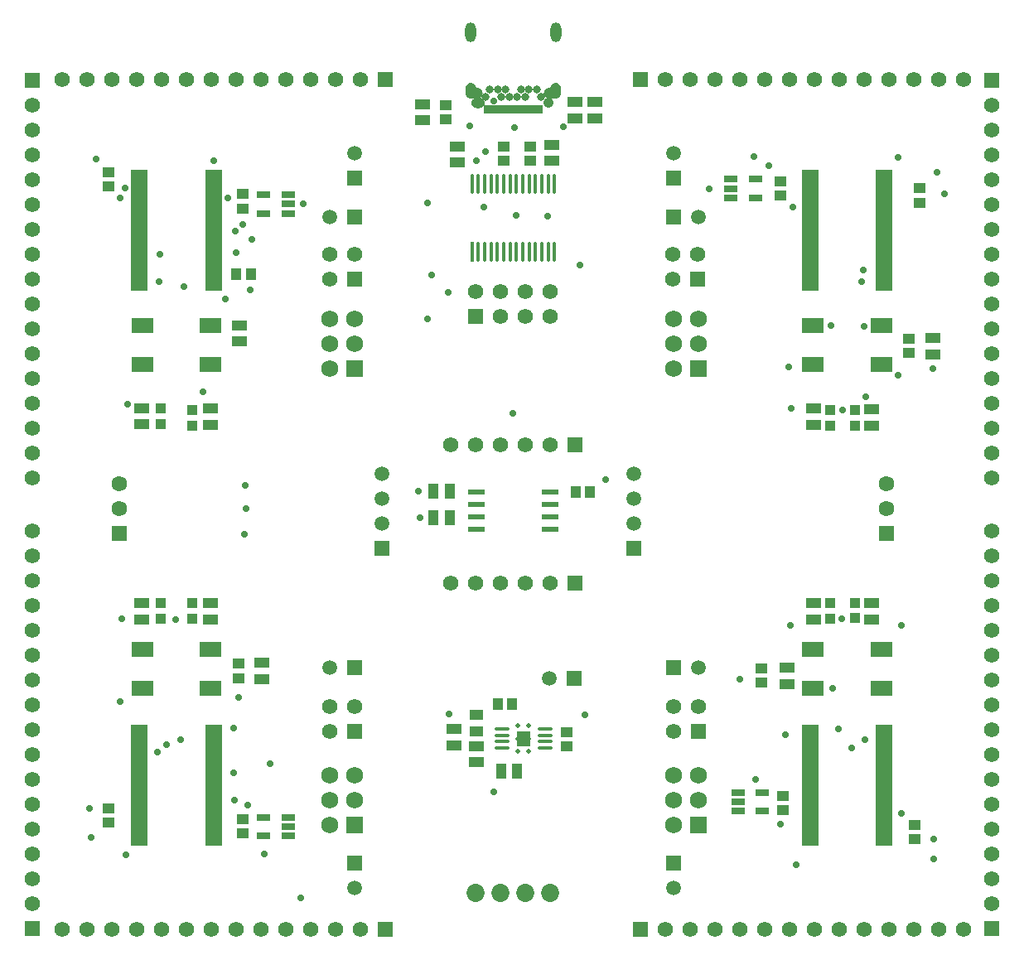
<source format=gbr>
G04*
G04 #@! TF.GenerationSoftware,Altium Limited,Altium Designer,25.8.1 (18)*
G04*
G04 Layer_Color=8388736*
%FSLAX44Y44*%
%MOMM*%
G71*
G04*
G04 #@! TF.SameCoordinates,C16DD730-3532-4E92-A171-7A7C9FC4E97E*
G04*
G04*
G04 #@! TF.FilePolarity,Negative*
G04*
G01*
G75*
%ADD20R,1.3500X1.6500*%
%ADD24R,1.3082X1.0057*%
G04:AMPARAMS|DCode=28|XSize=2mm|YSize=0.4mm|CornerRadius=0.2mm|HoleSize=0mm|Usage=FLASHONLY|Rotation=90.000|XOffset=0mm|YOffset=0mm|HoleType=Round|Shape=RoundedRectangle|*
%AMROUNDEDRECTD28*
21,1,2.0000,0.0000,0,0,90.0*
21,1,1.6000,0.4000,0,0,90.0*
1,1,0.4000,0.0000,0.8000*
1,1,0.4000,0.0000,-0.8000*
1,1,0.4000,0.0000,-0.8000*
1,1,0.4000,0.0000,0.8000*
%
%ADD28ROUNDEDRECTD28*%
%ADD29R,1.0057X1.3082*%
G04:AMPARAMS|DCode=30|XSize=1.45mm|YSize=0.3mm|CornerRadius=0.0495mm|HoleSize=0mm|Usage=FLASHONLY|Rotation=0.000|XOffset=0mm|YOffset=0mm|HoleType=Round|Shape=RoundedRectangle|*
%AMROUNDEDRECTD30*
21,1,1.4500,0.2010,0,0,0.0*
21,1,1.3510,0.3000,0,0,0.0*
1,1,0.0990,0.6755,-0.1005*
1,1,0.0990,-0.6755,-0.1005*
1,1,0.0990,-0.6755,0.1005*
1,1,0.0990,0.6755,0.1005*
%
%ADD30ROUNDEDRECTD30*%
%ADD31R,1.7780X0.5334*%
%ADD33R,0.4000X2.0000*%
%ADD35R,1.5532X1.0532*%
%ADD36R,1.0032X1.0032*%
%ADD37R,1.6782X0.6532*%
%ADD38R,1.4032X0.8032*%
%ADD39R,2.2032X1.6032*%
%ADD40R,0.5232X0.9032*%
%ADD41R,1.0532X1.5532*%
%ADD42R,1.4032X1.1232*%
%ADD43C,1.5200*%
%ADD44C,0.8032*%
%ADD45C,1.5932*%
%ADD46C,1.5700*%
%ADD47C,1.8532*%
%ADD48R,1.5700X1.5700*%
%ADD49C,1.5732*%
%ADD50R,1.5932X1.5932*%
%ADD51R,1.5200X1.5200*%
%ADD52C,1.7532*%
%ADD53R,1.7532X1.7532*%
%ADD54R,1.5200X1.5200*%
%ADD55R,1.5732X1.5732*%
%ADD56R,1.5700X1.5700*%
%ADD57C,1.0532*%
%ADD58O,1.1032X2.0032*%
%ADD59C,0.7032*%
%ADD60C,0.5000*%
G36*
X619590Y943990D02*
X619870Y943970D01*
X620160Y943930D01*
X620440Y943880D01*
X620720Y943810D01*
X621000Y943730D01*
X621270Y943630D01*
X621540Y943520D01*
X621800Y943400D01*
X622050Y943260D01*
X622300Y943110D01*
X622530Y942950D01*
X622760Y942770D01*
X622980Y942590D01*
X623190Y942390D01*
X623390Y942180D01*
X623570Y941960D01*
X623750Y941730D01*
X623910Y941500D01*
X624060Y941250D01*
X624200Y941000D01*
X624320Y940740D01*
X624430Y940470D01*
X624530Y940200D01*
X624610Y939920D01*
X624680Y939640D01*
X624730Y939360D01*
X624770Y939070D01*
X624790Y938790D01*
X624800Y938500D01*
Y933500D01*
X624790Y933210D01*
X624770Y932930D01*
X624730Y932640D01*
X624680Y932360D01*
X624610Y932080D01*
X624530Y931800D01*
X624430Y931530D01*
X624320Y931260D01*
X624200Y931000D01*
X624060Y930750D01*
X623910Y930500D01*
X623750Y930270D01*
X623570Y930040D01*
X623390Y929820D01*
X623190Y929610D01*
X622980Y929410D01*
X622760Y929230D01*
X622530Y929050D01*
X622300Y928890D01*
X622050Y928740D01*
X621800Y928600D01*
X621540Y928480D01*
X621270Y928370D01*
X621000Y928270D01*
X620720Y928190D01*
X620440Y928120D01*
X620160Y928070D01*
X619870Y928030D01*
X619590Y928010D01*
X619300Y928000D01*
X612800D01*
X612510Y928010D01*
X612230Y928030D01*
X611940Y928070D01*
X611660Y928120D01*
X611380Y928190D01*
X611100Y928270D01*
X610830Y928370D01*
X610560Y928480D01*
X610300Y928600D01*
X610050Y928740D01*
X609800Y928890D01*
X609570Y929050D01*
X609340Y929230D01*
X609120Y929410D01*
X608910Y929610D01*
X608710Y929820D01*
X608530Y930040D01*
X608350Y930270D01*
X608190Y930500D01*
X608040Y930750D01*
X607900Y931000D01*
X607780Y931260D01*
X607670Y931530D01*
X607570Y931800D01*
X607490Y932080D01*
X607420Y932360D01*
X607370Y932640D01*
X607330Y932930D01*
X607310Y933210D01*
X607300Y933500D01*
X607310Y933790D01*
X607330Y934070D01*
X607370Y934360D01*
X607420Y934640D01*
X607490Y934920D01*
X607570Y935200D01*
X607670Y935470D01*
X607780Y935740D01*
X607900Y936000D01*
X608040Y936250D01*
X608190Y936500D01*
X608350Y936730D01*
X608530Y936960D01*
X608710Y937180D01*
X608910Y937390D01*
X609120Y937590D01*
X609340Y937770D01*
X609570Y937950D01*
X609800Y938110D01*
X610050Y938260D01*
X610300Y938400D01*
X610560Y938520D01*
X610830Y938630D01*
X611100Y938730D01*
X611380Y938810D01*
X611660Y938880D01*
X611940Y938930D01*
X612230Y938970D01*
X612510Y938990D01*
X612800Y939000D01*
X613800D01*
X613830Y939250D01*
X613880Y939500D01*
X613930Y939750D01*
X614000Y940000D01*
X614080Y940240D01*
X614160Y940480D01*
X614260Y940720D01*
X614370Y940950D01*
X614490Y941170D01*
X614620Y941390D01*
X614760Y941600D01*
X614910Y941810D01*
X615070Y942010D01*
X615240Y942200D01*
X615410Y942390D01*
X615600Y942560D01*
X615790Y942730D01*
X615990Y942890D01*
X616200Y943040D01*
X616410Y943180D01*
X616630Y943310D01*
X616850Y943430D01*
X617080Y943540D01*
X617320Y943640D01*
X617560Y943720D01*
X617800Y943800D01*
X618050Y943870D01*
X618300Y943920D01*
X618550Y943970D01*
X618800Y944000D01*
X619300D01*
X619590Y943990D01*
D02*
G37*
G36*
X533450Y943970D02*
X533700Y943920D01*
X533950Y943870D01*
X534200Y943800D01*
X534440Y943720D01*
X534680Y943640D01*
X534920Y943540D01*
X535150Y943430D01*
X535370Y943310D01*
X535590Y943180D01*
X535800Y943040D01*
X536010Y942890D01*
X536210Y942730D01*
X536400Y942560D01*
X536590Y942390D01*
X536760Y942200D01*
X536930Y942010D01*
X537090Y941810D01*
X537240Y941600D01*
X537380Y941390D01*
X537510Y941170D01*
X537630Y940950D01*
X537740Y940720D01*
X537840Y940480D01*
X537920Y940240D01*
X538000Y940000D01*
X538070Y939750D01*
X538120Y939500D01*
X538170Y939250D01*
X538200Y939000D01*
X539200D01*
X539490Y938990D01*
X539770Y938970D01*
X540060Y938930D01*
X540340Y938880D01*
X540620Y938810D01*
X540900Y938730D01*
X541170Y938630D01*
X541440Y938520D01*
X541700Y938400D01*
X541950Y938260D01*
X542200Y938110D01*
X542430Y937950D01*
X542660Y937770D01*
X542880Y937590D01*
X543090Y937390D01*
X543290Y937180D01*
X543470Y936960D01*
X543650Y936730D01*
X543810Y936500D01*
X543960Y936250D01*
X544100Y936000D01*
X544220Y935740D01*
X544330Y935470D01*
X544430Y935200D01*
X544510Y934920D01*
X544580Y934640D01*
X544630Y934360D01*
X544670Y934070D01*
X544690Y933790D01*
X544700Y933500D01*
X544690Y933210D01*
X544670Y932930D01*
X544630Y932640D01*
X544580Y932360D01*
X544510Y932080D01*
X544430Y931800D01*
X544330Y931530D01*
X544220Y931260D01*
X544100Y931000D01*
X543960Y930750D01*
X543810Y930500D01*
X543650Y930270D01*
X543470Y930040D01*
X543290Y929820D01*
X543090Y929610D01*
X542880Y929410D01*
X542660Y929230D01*
X542430Y929050D01*
X542200Y928890D01*
X541950Y928740D01*
X541930Y928729D01*
X542050Y928720D01*
X542320Y928690D01*
X542590Y928640D01*
X542860Y928570D01*
X543120Y928490D01*
X543380Y928400D01*
X543640Y928300D01*
X543880Y928180D01*
X544120Y928050D01*
X544360Y927900D01*
X544590Y927750D01*
X544800Y927580D01*
X545010Y927400D01*
X545210Y927210D01*
X545400Y927010D01*
X545580Y926800D01*
X545750Y926590D01*
X545900Y926360D01*
X546050Y926120D01*
X546180Y925880D01*
X546300Y925640D01*
X546400Y925380D01*
X546490Y925120D01*
X546570Y924860D01*
X546640Y924590D01*
X546690Y924320D01*
X546720Y924050D01*
X546740Y923770D01*
X546750Y923500D01*
X546740Y923230D01*
X546720Y922950D01*
X546690Y922680D01*
X546640Y922410D01*
X546570Y922140D01*
X546490Y921880D01*
X546400Y921620D01*
X546300Y921360D01*
X546180Y921120D01*
X546050Y920880D01*
X545900Y920640D01*
X545750Y920410D01*
X545580Y920200D01*
X545400Y919990D01*
X545210Y919790D01*
X545010Y919600D01*
X544800Y919420D01*
X544590Y919250D01*
X544360Y919100D01*
X544120Y918950D01*
X543880Y918820D01*
X543640Y918700D01*
X543380Y918600D01*
X543120Y918510D01*
X542860Y918430D01*
X542590Y918360D01*
X542320Y918310D01*
X542050Y918280D01*
X541770Y918260D01*
X541500Y918250D01*
X538500D01*
X538230Y918260D01*
X537950Y918280D01*
X537680Y918310D01*
X537410Y918360D01*
X537140Y918430D01*
X536880Y918510D01*
X536620Y918600D01*
X536360Y918700D01*
X536120Y918820D01*
X535870Y918950D01*
X535640Y919100D01*
X535410Y919250D01*
X535200Y919420D01*
X534990Y919600D01*
X534790Y919790D01*
X534600Y919990D01*
X534420Y920200D01*
X534250Y920410D01*
X534100Y920640D01*
X533950Y920880D01*
X533820Y921120D01*
X533700Y921360D01*
X533600Y921620D01*
X533510Y921880D01*
X533430Y922140D01*
X533360Y922410D01*
X533310Y922680D01*
X533280Y922950D01*
X533260Y923230D01*
X533250Y923500D01*
X533260Y923770D01*
X533280Y924050D01*
X533310Y924320D01*
X533360Y924590D01*
X533430Y924860D01*
X533510Y925120D01*
X533600Y925380D01*
X533700Y925640D01*
X533820Y925880D01*
X533950Y926120D01*
X534100Y926360D01*
X534250Y926590D01*
X534420Y926800D01*
X534600Y927010D01*
X534790Y927210D01*
X534990Y927400D01*
X535200Y927580D01*
X535410Y927750D01*
X535640Y927900D01*
X535793Y928000D01*
X532700D01*
X532410Y928010D01*
X532130Y928030D01*
X531840Y928070D01*
X531560Y928120D01*
X531280Y928190D01*
X531000Y928270D01*
X530730Y928370D01*
X530460Y928480D01*
X530200Y928600D01*
X529950Y928740D01*
X529700Y928890D01*
X529470Y929050D01*
X529240Y929230D01*
X529020Y929410D01*
X528810Y929610D01*
X528610Y929820D01*
X528430Y930040D01*
X528250Y930270D01*
X528090Y930500D01*
X527940Y930750D01*
X527800Y931000D01*
X527680Y931260D01*
X527570Y931530D01*
X527470Y931800D01*
X527390Y932080D01*
X527320Y932360D01*
X527270Y932640D01*
X527230Y932930D01*
X527210Y933210D01*
X527200Y933500D01*
Y938500D01*
X527210Y938790D01*
X527230Y939070D01*
X527270Y939360D01*
X527320Y939640D01*
X527390Y939920D01*
X527470Y940200D01*
X527570Y940470D01*
X527680Y940740D01*
X527800Y941000D01*
X527940Y941250D01*
X528090Y941500D01*
X528250Y941730D01*
X528430Y941960D01*
X528610Y942180D01*
X528810Y942390D01*
X529020Y942590D01*
X529240Y942770D01*
X529470Y942950D01*
X529700Y943110D01*
X529950Y943260D01*
X530200Y943400D01*
X530460Y943520D01*
X530730Y943630D01*
X531000Y943730D01*
X531280Y943810D01*
X531560Y943880D01*
X531840Y943930D01*
X532130Y943970D01*
X532410Y943990D01*
X532700Y944000D01*
X533200D01*
X533450Y943970D01*
D02*
G37*
D20*
X586268Y273828D02*
D03*
D24*
X985810Y185447D02*
D03*
X852000Y200738D02*
D03*
X849000Y843262D02*
D03*
X991000Y821738D02*
D03*
X980000Y667738D02*
D03*
X593000Y879262D02*
D03*
X985810Y170922D02*
D03*
X830000Y345262D02*
D03*
X630856Y280679D02*
D03*
X852000Y215262D02*
D03*
X566000Y879263D02*
D03*
X507000Y906737D02*
D03*
X162560Y852574D02*
D03*
X299970Y815698D02*
D03*
X295000Y350263D02*
D03*
X299970Y176782D02*
D03*
X162250Y202762D02*
D03*
X566000Y864737D02*
D03*
X593000Y864738D02*
D03*
X630856Y266154D02*
D03*
X980000Y682262D02*
D03*
X849000Y828738D02*
D03*
X991000Y836262D02*
D03*
X507000Y921263D02*
D03*
X830000Y330738D02*
D03*
X162560Y838050D02*
D03*
X299970Y830222D02*
D03*
X299970Y191306D02*
D03*
X162250Y188237D02*
D03*
X295000Y335737D02*
D03*
D28*
X598750Y841000D02*
D03*
X579250D02*
D03*
X553250D02*
D03*
X546750D02*
D03*
X572750Y771000D02*
D03*
X533750Y841000D02*
D03*
X540250D02*
D03*
X559750D02*
D03*
X566250D02*
D03*
X572750D02*
D03*
X585750D02*
D03*
X592250D02*
D03*
X605250D02*
D03*
X611750D02*
D03*
X618250D02*
D03*
Y771000D02*
D03*
X611750D02*
D03*
X605250D02*
D03*
X598750D02*
D03*
X592250D02*
D03*
X585750D02*
D03*
X579250D02*
D03*
X566250D02*
D03*
X559750D02*
D03*
X553250D02*
D03*
X546750D02*
D03*
X540250D02*
D03*
D29*
X654165Y525500D02*
D03*
X307744Y748538D02*
D03*
X575127Y309484D02*
D03*
X560602D02*
D03*
X639641Y525500D02*
D03*
X293220Y748538D02*
D03*
D30*
X608250Y283576D02*
D03*
Y270576D02*
D03*
Y264076D02*
D03*
X564250Y283576D02*
D03*
Y277076D02*
D03*
Y270576D02*
D03*
Y264076D02*
D03*
X608250Y277076D02*
D03*
D31*
X538027Y487400D02*
D03*
Y512800D02*
D03*
Y525500D02*
D03*
X613973D02*
D03*
Y512800D02*
D03*
Y500100D02*
D03*
Y487400D02*
D03*
X538027Y500100D02*
D03*
D33*
X533750Y771000D02*
D03*
D35*
X942000Y610250D02*
D03*
Y593750D02*
D03*
X942000Y395750D02*
D03*
Y412250D02*
D03*
X883000Y395750D02*
D03*
Y412250D02*
D03*
X856000Y346250D02*
D03*
X659000Y907750D02*
D03*
X639000Y907750D02*
D03*
X483000Y905750D02*
D03*
X538146Y249418D02*
D03*
X518922Y862763D02*
D03*
Y879263D02*
D03*
X615696Y864494D02*
D03*
Y880994D02*
D03*
X515794Y283444D02*
D03*
X538146Y265918D02*
D03*
X515794Y266944D02*
D03*
X883000Y594490D02*
D03*
Y610990D02*
D03*
X1005000Y683250D02*
D03*
Y666750D02*
D03*
X659000Y924250D02*
D03*
X483000Y922250D02*
D03*
X639000Y924250D02*
D03*
X856000Y329750D02*
D03*
X296418Y696080D02*
D03*
Y679580D02*
D03*
X196340Y611500D02*
D03*
Y595000D02*
D03*
X266950Y610990D02*
D03*
Y594490D02*
D03*
X266950Y412250D02*
D03*
Y395750D02*
D03*
X196340Y412250D02*
D03*
Y395750D02*
D03*
X319000Y351250D02*
D03*
Y334750D02*
D03*
D36*
X925000Y412750D02*
D03*
Y396750D02*
D03*
X900000Y412000D02*
D03*
X925000Y610000D02*
D03*
X900000D02*
D03*
X900000Y396000D02*
D03*
X247650Y609980D02*
D03*
X215650Y610996D02*
D03*
X215650Y396000D02*
D03*
X247650D02*
D03*
X925000Y594000D02*
D03*
X900000D02*
D03*
X215650Y412000D02*
D03*
X247650Y593980D02*
D03*
X215650Y594996D02*
D03*
X247650Y412000D02*
D03*
D37*
X879340Y193500D02*
D03*
X955100Y187000D02*
D03*
X955100Y852220D02*
D03*
X879340Y839220D02*
D03*
X955100Y819720D02*
D03*
X879340Y200000D02*
D03*
X955100Y180500D02*
D03*
X879340Y167500D02*
D03*
X269690Y852220D02*
D03*
X193930Y839220D02*
D03*
X269690Y819720D02*
D03*
X269690Y180500D02*
D03*
X193930Y200000D02*
D03*
Y167500D02*
D03*
X879340Y741720D02*
D03*
Y748220D02*
D03*
Y754720D02*
D03*
Y761220D02*
D03*
Y767720D02*
D03*
Y774220D02*
D03*
Y787220D02*
D03*
Y793720D02*
D03*
Y800220D02*
D03*
Y806720D02*
D03*
Y813220D02*
D03*
Y819720D02*
D03*
Y826220D02*
D03*
Y845720D02*
D03*
Y852220D02*
D03*
X955100Y754720D02*
D03*
Y774220D02*
D03*
Y793720D02*
D03*
Y839220D02*
D03*
Y806720D02*
D03*
Y767720D02*
D03*
Y787220D02*
D03*
Y800220D02*
D03*
Y832720D02*
D03*
Y761220D02*
D03*
Y780720D02*
D03*
Y813220D02*
D03*
Y845720D02*
D03*
Y741720D02*
D03*
Y748220D02*
D03*
X879340Y832720D02*
D03*
X955100Y826220D02*
D03*
Y735220D02*
D03*
X879340Y780720D02*
D03*
Y735220D02*
D03*
X879340Y174000D02*
D03*
Y180500D02*
D03*
Y187000D02*
D03*
Y206500D02*
D03*
Y213000D02*
D03*
Y219500D02*
D03*
Y226000D02*
D03*
Y232500D02*
D03*
Y239000D02*
D03*
Y245500D02*
D03*
Y252000D02*
D03*
Y258500D02*
D03*
Y265000D02*
D03*
Y271500D02*
D03*
Y278000D02*
D03*
Y284500D02*
D03*
X955100D02*
D03*
Y278000D02*
D03*
Y271500D02*
D03*
Y265000D02*
D03*
Y258500D02*
D03*
Y252000D02*
D03*
Y245500D02*
D03*
Y239000D02*
D03*
Y232500D02*
D03*
Y226000D02*
D03*
Y219500D02*
D03*
Y213000D02*
D03*
Y206500D02*
D03*
Y200000D02*
D03*
Y193500D02*
D03*
Y174000D02*
D03*
Y167500D02*
D03*
X193930Y219500D02*
D03*
Y258500D02*
D03*
Y180500D02*
D03*
Y226000D02*
D03*
Y245500D02*
D03*
Y252000D02*
D03*
Y213000D02*
D03*
X269690Y271500D02*
D03*
X193930Y174000D02*
D03*
Y206500D02*
D03*
X269690Y284500D02*
D03*
X193930Y239000D02*
D03*
Y265000D02*
D03*
X269690Y278000D02*
D03*
X193930Y187000D02*
D03*
Y232500D02*
D03*
Y284500D02*
D03*
X193930Y852220D02*
D03*
Y845720D02*
D03*
Y832720D02*
D03*
Y826220D02*
D03*
Y819720D02*
D03*
Y813220D02*
D03*
Y806720D02*
D03*
Y800220D02*
D03*
Y793720D02*
D03*
Y787220D02*
D03*
Y774220D02*
D03*
Y767720D02*
D03*
Y761220D02*
D03*
Y754720D02*
D03*
Y748220D02*
D03*
Y741720D02*
D03*
X269690D02*
D03*
Y748220D02*
D03*
Y754720D02*
D03*
Y761220D02*
D03*
Y767720D02*
D03*
Y774220D02*
D03*
Y780720D02*
D03*
Y787220D02*
D03*
Y793720D02*
D03*
Y800220D02*
D03*
Y806720D02*
D03*
Y813220D02*
D03*
Y826220D02*
D03*
Y832720D02*
D03*
Y839220D02*
D03*
Y845720D02*
D03*
X193930Y735220D02*
D03*
Y780720D02*
D03*
X269690Y735220D02*
D03*
X193930Y193500D02*
D03*
Y271500D02*
D03*
Y278000D02*
D03*
X269690Y265000D02*
D03*
Y258500D02*
D03*
Y252000D02*
D03*
Y245500D02*
D03*
Y239000D02*
D03*
Y232500D02*
D03*
Y226000D02*
D03*
Y219500D02*
D03*
Y213000D02*
D03*
Y206500D02*
D03*
Y200000D02*
D03*
Y193500D02*
D03*
Y187000D02*
D03*
Y174000D02*
D03*
Y167500D02*
D03*
D38*
X830500Y218500D02*
D03*
X798500Y836000D02*
D03*
X805500Y209000D02*
D03*
X345750Y820166D02*
D03*
X345750Y184000D02*
D03*
X823500Y826500D02*
D03*
X798500D02*
D03*
Y845500D02*
D03*
X823500D02*
D03*
X830500Y199500D02*
D03*
X805500D02*
D03*
Y218500D02*
D03*
X345750Y810666D02*
D03*
Y829666D02*
D03*
X320750D02*
D03*
Y810666D02*
D03*
X320750Y174500D02*
D03*
Y193500D02*
D03*
X345750D02*
D03*
Y174500D02*
D03*
D39*
X882220Y655870D02*
D03*
X952220D02*
D03*
Y365000D02*
D03*
X882220D02*
D03*
X266810Y655870D02*
D03*
X196810D02*
D03*
X266810Y365000D02*
D03*
X196810D02*
D03*
X882220Y695870D02*
D03*
X952220D02*
D03*
Y325000D02*
D03*
X882220D02*
D03*
X266810Y695870D02*
D03*
X196810D02*
D03*
X266810Y325000D02*
D03*
X196810D02*
D03*
D40*
X603500Y916900D02*
D03*
X548500D02*
D03*
X563500D02*
D03*
X588500D02*
D03*
X573500D02*
D03*
X578500D02*
D03*
X598500D02*
D03*
X593500D02*
D03*
X583500D02*
D03*
X568500D02*
D03*
X558500D02*
D03*
X553500D02*
D03*
D41*
X580178Y240142D02*
D03*
X563678D02*
D03*
X511170Y526542D02*
D03*
X494670D02*
D03*
X511170Y499364D02*
D03*
X494670D02*
D03*
D42*
X538654Y281068D02*
D03*
Y297768D02*
D03*
D43*
X765000Y346250D02*
D03*
X740160Y871980D02*
D03*
Y120900D02*
D03*
X414020Y871980D02*
D03*
Y120900D02*
D03*
X699262Y493750D02*
D03*
X442214D02*
D03*
X699262Y544550D02*
D03*
X442214D02*
D03*
X765000Y806720D02*
D03*
X442214Y519150D02*
D03*
X699262D02*
D03*
X388620Y806720D02*
D03*
X613000Y335000D02*
D03*
X388620Y346250D02*
D03*
D44*
X604000Y930000D02*
D03*
X548000D02*
D03*
X564000D02*
D03*
X588000D02*
D03*
X580000D02*
D03*
X572000D02*
D03*
X584000Y937000D02*
D03*
X592000D02*
D03*
X600000D02*
D03*
X568000D02*
D03*
X560000D02*
D03*
X552000D02*
D03*
D45*
X957500Y533900D02*
D03*
Y508500D02*
D03*
X173250Y508500D02*
D03*
Y533900D02*
D03*
D46*
X512500Y432562D02*
D03*
X614100Y730700D02*
D03*
X588700D02*
D03*
X563300D02*
D03*
X537900D02*
D03*
X563300Y705300D02*
D03*
X588700D02*
D03*
X614100D02*
D03*
X614100Y432562D02*
D03*
X563300Y574294D02*
D03*
Y432562D02*
D03*
X512500Y574294D02*
D03*
X1065020Y921140D02*
D03*
Y895740D02*
D03*
Y819540D02*
D03*
Y692540D02*
D03*
Y743340D02*
D03*
Y616340D02*
D03*
Y844940D02*
D03*
Y641740D02*
D03*
Y768740D02*
D03*
Y565540D02*
D03*
Y870340D02*
D03*
Y794140D02*
D03*
Y667140D02*
D03*
Y590940D02*
D03*
Y717940D02*
D03*
Y540140D02*
D03*
X731010Y947650D02*
D03*
X756410D02*
D03*
X781810D02*
D03*
X807210D02*
D03*
X832610D02*
D03*
X858010D02*
D03*
X883410D02*
D03*
X908810D02*
D03*
X934210D02*
D03*
X959610D02*
D03*
X985010D02*
D03*
X1010410D02*
D03*
X1035810D02*
D03*
X537900Y432562D02*
D03*
X588700D02*
D03*
X537900Y574294D02*
D03*
X588700D02*
D03*
X614100D02*
D03*
X1065020Y105000D02*
D03*
Y130400D02*
D03*
Y155800D02*
D03*
Y181200D02*
D03*
Y206600D02*
D03*
Y232000D02*
D03*
Y257400D02*
D03*
Y282800D02*
D03*
Y308200D02*
D03*
Y333600D02*
D03*
Y359000D02*
D03*
Y384400D02*
D03*
Y409800D02*
D03*
Y435200D02*
D03*
Y460600D02*
D03*
Y486000D02*
D03*
X731010Y78700D02*
D03*
X756410D02*
D03*
X781810D02*
D03*
X807210D02*
D03*
X832610D02*
D03*
X858010D02*
D03*
X883410Y78700D02*
D03*
X908810Y78700D02*
D03*
X934210D02*
D03*
X959610D02*
D03*
X985010D02*
D03*
X1010410D02*
D03*
X1035810D02*
D03*
X84270Y486000D02*
D03*
Y460600D02*
D03*
Y435200D02*
D03*
Y409800D02*
D03*
Y384400D02*
D03*
Y359000D02*
D03*
Y333600D02*
D03*
Y308200D02*
D03*
Y282800D02*
D03*
Y257400D02*
D03*
Y232000D02*
D03*
Y206600D02*
D03*
Y181200D02*
D03*
Y155800D02*
D03*
Y130400D02*
D03*
Y105000D02*
D03*
X84270Y540140D02*
D03*
Y743340D02*
D03*
Y565540D02*
D03*
X115060Y947650D02*
D03*
X140460D02*
D03*
X165860D02*
D03*
X191260D02*
D03*
X216660D02*
D03*
X242060D02*
D03*
X267460D02*
D03*
X292860D02*
D03*
X318260D02*
D03*
X343660D02*
D03*
X369060D02*
D03*
X394460D02*
D03*
X419860D02*
D03*
X84270Y590940D02*
D03*
Y616340D02*
D03*
Y641740D02*
D03*
Y667140D02*
D03*
Y692540D02*
D03*
Y717940D02*
D03*
Y768740D02*
D03*
Y794140D02*
D03*
Y819540D02*
D03*
Y844940D02*
D03*
Y870340D02*
D03*
Y895740D02*
D03*
Y921140D02*
D03*
X419860Y78700D02*
D03*
X394460D02*
D03*
X369060D02*
D03*
X343660D02*
D03*
X318260D02*
D03*
X292860D02*
D03*
X267460D02*
D03*
X242060D02*
D03*
X216660D02*
D03*
X191260D02*
D03*
X165860D02*
D03*
X140460D02*
D03*
X115060D02*
D03*
D47*
X537900Y116250D02*
D03*
X588700D02*
D03*
X563300D02*
D03*
X614100D02*
D03*
D48*
X537900Y705300D02*
D03*
X639500Y574294D02*
D03*
X705610Y947650D02*
D03*
X639500Y432562D02*
D03*
X705610Y78700D02*
D03*
X445260Y947650D02*
D03*
X445260Y78700D02*
D03*
D49*
X414020Y306700D02*
D03*
X414020Y768600D02*
D03*
X739600Y306700D02*
D03*
X738756Y768600D02*
D03*
X764156D02*
D03*
X738756Y743200D02*
D03*
X739600Y281300D02*
D03*
X765000Y306700D02*
D03*
X388620Y743200D02*
D03*
Y768600D02*
D03*
X388620Y306700D02*
D03*
Y281300D02*
D03*
D50*
X957500Y483100D02*
D03*
X173250Y483100D02*
D03*
D51*
X414020Y346250D02*
D03*
X638400Y335000D02*
D03*
X414020Y806720D02*
D03*
X739600Y346250D02*
D03*
X739600Y806720D02*
D03*
D52*
X414020Y211000D02*
D03*
X414150Y677500D02*
D03*
X739600Y210764D02*
D03*
X739600Y677500D02*
D03*
X739600Y185364D02*
D03*
X739600Y652100D02*
D03*
Y702900D02*
D03*
X765000D02*
D03*
Y677500D02*
D03*
X739600Y236164D02*
D03*
X414150Y702900D02*
D03*
X414020Y236400D02*
D03*
X765000Y210764D02*
D03*
Y236164D02*
D03*
X388620Y211000D02*
D03*
Y185600D02*
D03*
X388750Y652100D02*
D03*
Y677500D02*
D03*
Y702900D02*
D03*
X388620Y236400D02*
D03*
D53*
X414020Y185600D02*
D03*
X414150Y652100D02*
D03*
X765000Y652100D02*
D03*
X765000Y185364D02*
D03*
D54*
X740160Y846580D02*
D03*
X414020D02*
D03*
Y146300D02*
D03*
X740160D02*
D03*
X442214Y468350D02*
D03*
X699262D02*
D03*
D55*
X764156Y743200D02*
D03*
X414020Y743200D02*
D03*
X414020Y281300D02*
D03*
X765000Y281300D02*
D03*
D56*
X1065020Y946540D02*
D03*
X1065020Y79600D02*
D03*
X84270Y79600D02*
D03*
X84270Y946540D02*
D03*
D57*
X612000Y923500D02*
D03*
X540000D02*
D03*
D58*
X619300Y995500D02*
D03*
X532700D02*
D03*
D59*
X900706Y696000D02*
D03*
X284250Y826250D02*
D03*
X179701Y836612D02*
D03*
X644250Y757750D02*
D03*
X546000Y817500D02*
D03*
X934500Y695500D02*
D03*
X509500Y729750D02*
D03*
X670500Y538936D02*
D03*
X577277Y898079D02*
D03*
X649000Y298250D02*
D03*
X556268Y219000D02*
D03*
X327250Y248500D02*
D03*
X290000Y284750D02*
D03*
X144250Y172750D02*
D03*
X321250Y156250D02*
D03*
X304250Y205500D02*
D03*
X295000Y316250D02*
D03*
X176000Y396000D02*
D03*
X180000Y154750D02*
D03*
X143000Y202750D02*
D03*
X864750Y144500D02*
D03*
X902500Y325000D02*
D03*
X908000Y283750D02*
D03*
X853750Y278190D02*
D03*
X807750Y334500D02*
D03*
X849250Y186250D02*
D03*
X972750Y389250D02*
D03*
X972500Y197000D02*
D03*
X859500Y389750D02*
D03*
X912125Y396000D02*
D03*
X1005332Y171450D02*
D03*
X969518Y867918D02*
D03*
X1016508Y830834D02*
D03*
X857758Y653796D02*
D03*
X627126Y898906D02*
D03*
X836930Y859536D02*
D03*
X776310Y836000D02*
D03*
X969518Y644906D02*
D03*
X912500Y610000D02*
D03*
X1005840Y150754D02*
D03*
X823250Y231750D02*
D03*
X531622Y899668D02*
D03*
X547370Y874014D02*
D03*
X269690Y864921D02*
D03*
X361188Y820166D02*
D03*
X150114Y866394D02*
D03*
X308864Y784352D02*
D03*
X307594Y732536D02*
D03*
X259080Y628650D02*
D03*
X231000Y395750D02*
D03*
X821944Y868934D02*
D03*
X538480Y864870D02*
D03*
X611564Y807906D02*
D03*
X578659Y808228D02*
D03*
X302541Y508708D02*
D03*
X555941Y925765D02*
D03*
X488535Y821286D02*
D03*
X493000Y748000D02*
D03*
X488000Y703000D02*
D03*
X510000Y299000D02*
D03*
X302000Y533000D02*
D03*
X299720Y799338D02*
D03*
X359000Y111000D02*
D03*
X174000Y312000D02*
D03*
X212000Y260000D02*
D03*
X222000Y268000D02*
D03*
X236000Y273000D02*
D03*
X290000Y239000D02*
D03*
X291000Y211000D02*
D03*
X301000Y483000D02*
D03*
X478790Y527050D02*
D03*
X481140Y499712D02*
D03*
X182118Y615188D02*
D03*
X213868Y741172D02*
D03*
X214630Y768858D02*
D03*
X239522Y735838D02*
D03*
X281940Y723392D02*
D03*
X292100Y792226D02*
D03*
X293116Y770128D02*
D03*
X174017Y826222D02*
D03*
X576000Y606000D02*
D03*
X922000Y264000D02*
D03*
X935000Y273000D02*
D03*
X860000Y611000D02*
D03*
X862000Y817393D02*
D03*
X932389Y740991D02*
D03*
X934000Y753000D02*
D03*
X936000Y623000D02*
D03*
X1005000Y652000D02*
D03*
X1009000Y853000D02*
D03*
D60*
X580750Y286826D02*
D03*
X591750D02*
D03*
Y273826D02*
D03*
Y260826D02*
D03*
X580750D02*
D03*
Y273826D02*
D03*
M02*

</source>
